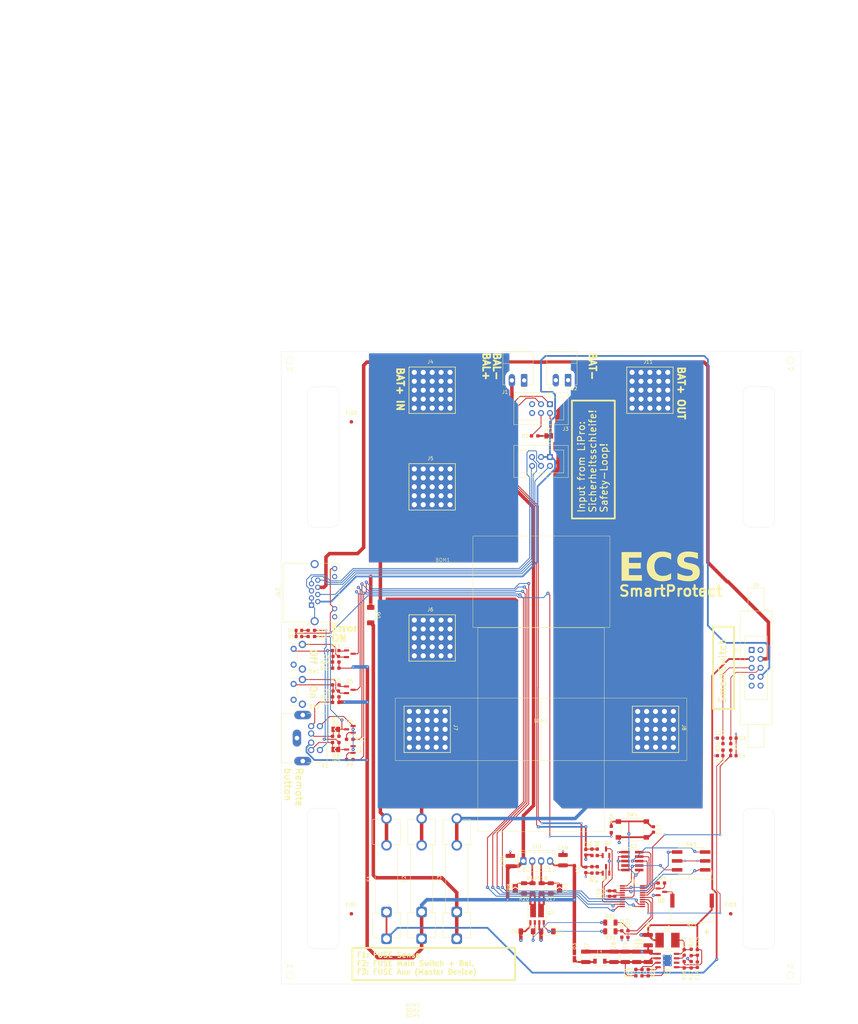
<source format=kicad_pcb>
(kicad_pcb
	(version 20240108)
	(generator "pcbnew")
	(generator_version "8.0")
	(general
		(thickness 1.627)
		(legacy_teardrops no)
	)
	(paper "A3" portrait)
	(layers
		(0 "F.Cu" signal)
		(1 "In1.Cu" signal)
		(2 "In2.Cu" signal)
		(3 "In3.Cu" signal)
		(4 "In4.Cu" signal)
		(31 "B.Cu" signal)
		(32 "B.Adhes" user "B.Adhesive")
		(33 "F.Adhes" user "F.Adhesive")
		(34 "B.Paste" user)
		(35 "F.Paste" user)
		(36 "B.SilkS" user "B.Silkscreen")
		(37 "F.SilkS" user "F.Silkscreen")
		(38 "B.Mask" user)
		(39 "F.Mask" user)
		(40 "Dwgs.User" user "User.Drawings")
		(41 "Cmts.User" user "User.Comments")
		(42 "Eco1.User" user "User.Eco1")
		(43 "Eco2.User" user "User.Eco2")
		(44 "Edge.Cuts" user)
		(45 "Margin" user)
		(46 "B.CrtYd" user "B.Courtyard")
		(47 "F.CrtYd" user "F.Courtyard")
		(48 "B.Fab" user)
		(49 "F.Fab" user)
		(50 "User.1" user)
		(51 "User.2" user)
		(52 "User.3" user)
		(53 "User.4" user)
		(54 "User.5" user)
		(55 "User.6" user)
		(56 "User.7" user)
		(57 "User.8" user)
		(58 "User.9" user)
	)
	(setup
		(stackup
			(layer "F.SilkS"
				(type "Top Silk Screen")
			)
			(layer "F.Paste"
				(type "Top Solder Paste")
			)
			(layer "F.Mask"
				(type "Top Solder Mask")
				(thickness 0.01)
			)
			(layer "F.Cu"
				(type "copper")
				(thickness 0.07)
			)
			(layer "dielectric 1"
				(type "prepreg")
				(thickness 0.1)
				(material "FR4")
				(epsilon_r 4.5)
				(loss_tangent 0.02)
			)
			(layer "In1.Cu"
				(type "copper")
				(thickness 0.07)
			)
			(layer "dielectric 2"
				(type "core")
				(thickness 0.4785)
				(material "FR4")
				(epsilon_r 4.5)
				(loss_tangent 0.02)
			)
			(layer "In2.Cu"
				(type "copper")
				(thickness 0.07)
			)
			(layer "dielectric 3"
				(type "prepreg")
				(thickness 0.1)
				(material "FR4")
				(epsilon_r 4.5)
				(loss_tangent 0.02)
			)
			(layer "In3.Cu"
				(type "copper")
				(thickness 0.035)
			)
			(layer "dielectric 4"
				(type "core")
				(thickness 0.4785)
				(material "FR4")
				(epsilon_r 4.5)
				(loss_tangent 0.02)
			)
			(layer "In4.Cu"
				(type "copper")
				(thickness 0.035)
			)
			(layer "dielectric 5"
				(type "prepreg")
				(thickness 0.1)
				(material "FR4")
				(epsilon_r 4.5)
				(loss_tangent 0.02)
			)
			(layer "B.Cu"
				(type "copper")
				(thickness 0.07)
			)
			(layer "B.Mask"
				(type "Bottom Solder Mask")
				(thickness 0.01)
			)
			(layer "B.Paste"
				(type "Bottom Solder Paste")
			)
			(layer "B.SilkS"
				(type "Bottom Silk Screen")
			)
			(copper_finish "None")
			(dielectric_constraints no)
		)
		(pad_to_mask_clearance 0)
		(allow_soldermask_bridges_in_footprints no)
		(aux_axis_origin 100 300)
		(grid_origin 174 120)
		(pcbplotparams
			(layerselection 0x00010fc_ffffffff)
			(plot_on_all_layers_selection 0x0000000_00000000)
			(disableapertmacros no)
			(usegerberextensions no)
			(usegerberattributes yes)
			(usegerberadvancedattributes yes)
			(creategerberjobfile yes)
			(dashed_line_dash_ratio 12.000000)
			(dashed_line_gap_ratio 3.000000)
			(svgprecision 4)
			(plotframeref no)
			(viasonmask no)
			(mode 1)
			(useauxorigin no)
			(hpglpennumber 1)
			(hpglpenspeed 20)
			(hpglpendiameter 15.000000)
			(pdf_front_fp_property_popups yes)
			(pdf_back_fp_property_popups yes)
			(dxfpolygonmode yes)
			(dxfimperialunits yes)
			(dxfusepcbnewfont yes)
			(psnegative no)
			(psa4output no)
			(plotreference yes)
			(plotvalue yes)
			(plotfptext yes)
			(plotinvisibletext no)
			(sketchpadsonfab no)
			(subtractmaskfromsilk no)
			(outputformat 1)
			(mirror no)
			(drillshape 1)
			(scaleselection 1)
			(outputdirectory "")
		)
	)
	(net 0 "")
	(net 1 "GND")
	(net 2 "Net-(J10-Pin_3)")
	(net 3 "VCC")
	(net 4 "Net-(Q3-B)")
	(net 5 "/RESET")
	(net 6 "/SET")
	(net 7 "/Ub_FUSED")
	(net 8 "Net-(JP4-A)")
	(net 9 "Net-(D3-K)")
	(net 10 "Net-(JP1-A)")
	(net 11 "/BMS_OK")
	(net 12 "Net-(U2-VIN)")
	(net 13 "Net-(U2-BST)")
	(net 14 "Net-(U2-SW)")
	(net 15 "Net-(C14-Pad1)")
	(net 16 "Net-(Q4-B)")
	(net 17 "Net-(U2-FB)")
	(net 18 "/B")
	(net 19 "/A")
	(net 20 "/LED_OFF")
	(net 21 "Net-(J10-Pin_2)")
	(net 22 "/BTN_ON")
	(net 23 "Net-(JP5-A)")
	(net 24 "/BTN_OFF")
	(net 25 "/control/SWCLK")
	(net 26 "Net-(JP5-B)")
	(net 27 "Net-(JP4-B)")
	(net 28 "Net-(J12-~{RESET})")
	(net 29 "Net-(Q5-B)")
	(net 30 "/control/SWDIO")
	(net 31 "unconnected-(J12-KEY-Pad7)")
	(net 32 "Net-(JP8-A)")
	(net 33 "Net-(Q1-B)")
	(net 34 "/LVP")
	(net 35 "/OVP")
	(net 36 "Net-(Q2-B)")
	(net 37 "Net-(Q6-B)")
	(net 38 "/LED_ERROR")
	(net 39 "/LED_ON")
	(net 40 "Net-(U2-EN{slash}UVLO)")
	(net 41 "Net-(U2-RON)")
	(net 42 "/BMS_OK_PROTECTED")
	(net 43 "/control/R2")
	(net 44 "/control/R1")
	(net 45 "/control/BTN_OFF")
	(net 46 "/control/BTN_ON")
	(net 47 "Net-(BZ1--)")
	(net 48 "Net-(Q8-B)")
	(net 49 "Net-(U1-PA9{slash}PA11)")
	(net 50 "Net-(U1-PC14)")
	(net 51 "Net-(U1-PC15)")
	(net 52 "unconnected-(U2-PGOOD-Pad6)")
	(net 53 "/~{OC_FAULT}")
	(net 54 "/LVP_IN")
	(net 55 "/OVP_IN")
	(net 56 "Net-(D4-K)")
	(net 57 "Net-(D5-K)")
	(net 58 "/control/RELAIS_RESET")
	(net 59 "/control/RELAIS_SET")
	(net 60 "unconnected-(J3-Pin_5-Pad5)")
	(net 61 "unconnected-(J3-Pin_6-Pad6)")
	(net 62 "unconnected-(J13-Pad9)")
	(net 63 "unconnected-(J13-Pad11)")
	(net 64 "/BAT+_IN")
	(net 65 "Net-(J9-Pin_3)")
	(net 66 "/BAT+_SI")
	(net 67 "/BAT+_OUT")
	(net 68 "unconnected-(J9-Pin_7-Pad7)")
	(net 69 "/B_OUT")
	(net 70 "Net-(D6-K)")
	(net 71 "/A_OUT")
	(net 72 "/GND_OUT")
	(net 73 "/+5V_OUT")
	(net 74 "Net-(D6-A)")
	(net 75 "/~{OC_FAULT_PROTECTED}")
	(net 76 "/VCC_FROM_EASY_SWITCH")
	(footprint "Jumper:SolderJumper-2_P1.3mm_Open_TrianglePad1.0x1.5mm" (layer "F.Cu") (at 176.19625 144))
	(footprint "Capacitor_SMD:C_0603_1608Metric" (layer "F.Cu") (at 186.75 267.5 90))
	(footprint "Connector_IDC:IDC-Header_2x03_P2.54mm_Vertical" (layer "F.Cu") (at 176.54 150 -90))
	(footprint "Resistor_SMD:R_0603_1608Metric_Pad0.98x0.95mm_HandSolder" (layer "F.Cu") (at 172.19625 144))
	(footprint "Capacitor_SMD:C_0603_1608Metric" (layer "F.Cu") (at 186.75 262.5 90))
	(footprint "myPackage_SO:HSOP-8-1EP_3.9x4.9mm_P1.27mm_EP2.41x3.1mm_ThermalVias_0.3mm" (layer "F.Cu") (at 209.955 293.3))
	(footprint "Capacitor_SMD:C_0603_1608Metric" (layer "F.Cu") (at 115.555 206.75 180))
	(footprint "Fiducial:Fiducial_1mm_Mask3mm" (layer "F.Cu") (at 120 280))
	(footprint "Resistor_SMD:R_1206_3216Metric" (layer "F.Cu") (at 171.57 272.775 -90))
	(footprint "myWürthSHFU:WP-SHFU_7461098_HAL" (layer "F.Cu") (at 205 131))
	(footprint "Resistor_SMD:R_0603_1608Metric_Pad0.98x0.95mm_HandSolder" (layer "F.Cu") (at 198.75 285.75 -90))
	(footprint "Connector_Phoenix_MC:PhoenixContact_MC_1,5_2-G-3.5_1x02_P3.50mm_Horizontal" (layer "F.Cu") (at 169.195 128.2 180))
	(footprint "Capacitor_SMD:C_1210_3225Metric" (layer "F.Cu") (at 180.25 264.75 90))
	(footprint "Resistor_SMD:R_0603_1608Metric_Pad0.98x0.95mm_HandSolder" (layer "F.Cu") (at 115.555 218.25 180))
	(footprint "Resistor_SMD:R_1206_3216Metric" (layer "F.Cu") (at 193.75 285 180))
	(footprint "Resistor_SMD:R_0603_1608Metric_Pad0.98x0.95mm_HandSolder" (layer "F.Cu") (at 108.605 201.095))
	(footprint "Resistor_SMD:R_0603_1608Metric_Pad0.98x0.95mm_HandSolder" (layer "F.Cu") (at 115.555 208.345 180))
	(footprint "Resistor_SMD:R_0603_1608Metric_Pad0.98x0.95mm_HandSolder" (layer "F.Cu") (at 201 296.75 -90))
	(footprint "Resistor_SMD:R_1206_3216Metric" (layer "F.Cu") (at 176.77 272.775 -90))
	(footprint "Connector_IDC:IDC-Header_2x05_P2.54mm_Latch6.5mm_Vertical" (layer "F.Cu") (at 233.96 204.92))
	(footprint "Resistor_SMD:R_0603_1608Metric_Pad0.98x0.95mm_HandSolder" (layer "F.Cu") (at 225.8 232.5 90))
	(footprint "myBOM:BOM_PART" (layer "F.Cu") (at 137.5 308))
	(footprint "Capacitor_SMD:C_0603_1608Metric" (layer "F.Cu") (at 218.5 294.5 -90))
	(footprint "Resistor_SMD:R_0603_1608Metric_Pad0.98x0.95mm_HandSolder" (layer "F.Cu") (at 119.545 236.095 180))
	(footprint "Capacitor_SMD:C_0603_1608Metric" (layer "F.Cu") (at 115.555 216.595 180))
	(footprint "myHoles:printer_mounting_holes_1mm" (layer "F.Cu") (at 102.5 297.5))
	(footprint "myWürthSHFU:WP-SHFU_7461098_HAL" (layer "F.Cu") (at 143 158.5))
	(footprint "Capacitor_SMD:C_0603_1608Metric" (layer "F.Cu") (at 228.7625 230.0125 180))
	(footprint "myHoles:printer_mounting_holes_1mm" (layer "F.Cu") (at 245 122.5))
	(footprint "Capacitor_SMD:C_1210_3225Metric" (layer "F.Cu") (at 198 292.25 90))
	(footprint "Resistor_SMD:R_0603_1608Metric_Pad0.98x0.95mm_HandSolder" (layer "F.Cu") (at 115.555 210.095 180))
	(footprint "Resistor_SMD:R_0603_1608Metric_Pad0.98x0.95mm_HandSolder"
		(layer "F.Cu")
		(uuid "491c903d-5a7d-4527-a8e5-48b987144e85")
		(at 115.545 219.845 180)
		(descr "Resistor SMD 0603 (1608 Metric), square (rectangular) end terminal, IPC_7351 nominal with elongated pad for handsoldering. (Body size source: IPC-SM-782 page 72, https://www.pcb-3d.com/wordpress/wp-content/uploads/ipc-sm-782a_amendment_1_and_2.pdf), generated with kicad-footprint-generator")
		(tags "resistor handsolder")
		(property "Reference" "R12"
			(at 3.01 -0.095 0)
			(layer "F.SilkS")
			(uuid "621fa7f8-180d-4775-af68-99181e737141")
			(effects
				(font
					(size 1 1)
					(thickness 0.15)
				)
			)
		)
		(property "Value" "22k"
			(at 0 1.43 0)
			(layer "F.Fab")
			(uuid "65196a43-4188-4703-bf67-67ffbeb27cb5")
			(effects
				(font
					(size 1 1)
					(thickness 0.15)
				)
			)
		)
		(property "Footprint" "Resistor_SMD:R_0603_1608Metric_Pad0.98x0.95mm_HandSolder"
			(at 0 0 180)
			(unlocked yes)
			(layer "F.Fab")
			(hide yes)
			(uuid "143912c2-f681-4789-85a1-73bdbdc41e22")
			(effects
				(font
					(size 1.27 1.27)
					(thickness 0.15)
				)
			)
		)
		(property "Datasheet" ""
			(at 0 0 180)
			(unlocked yes)
			(layer "F.Fab")
			(hide yes)
			(uuid "29d9973e-fd2b-45aa-8179-a4a92d654ac5")
			(effects
				(font
					(size 1.27 1.27)
					(thickness 0.15)
				)
			)
		)
		(property "Description" "22k0 0,1W 1% 0603 SMD"
			(at 0 0 180)
			(unlocked yes)
			(layer "F.Fab")
			(hide yes)
			(uuid "a6c4c4fc-fadd-4872-ae24-e566c184c50f")
			(ef
... [1110812 chars truncated]
</source>
